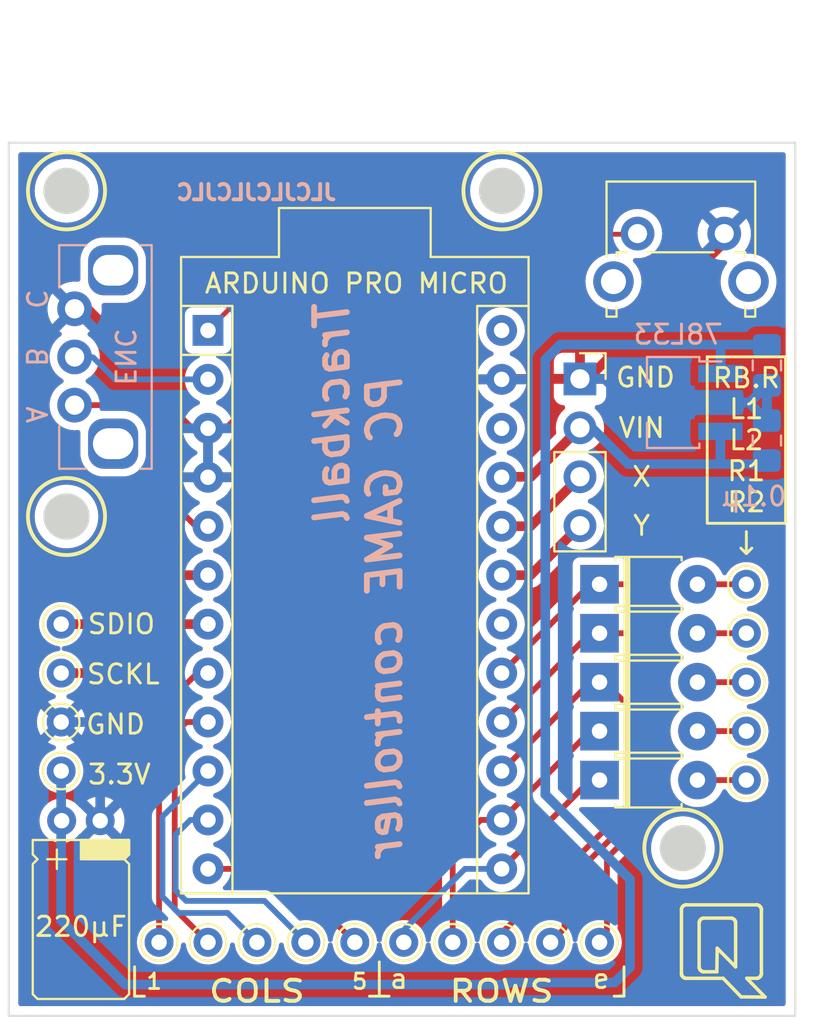
<source format=kicad_pcb>
(kicad_pcb (version 20211014) (generator pcbnew)
  (layers (0 "F.Cu" signal) (31 "B.Cu" signal) (34 "B.Paste" user) (35 "F.Paste" user) (36 "B.SilkS" user "B.Silkscreen") (37 "F.SilkS" user "F.Silkscreen") (38 "B.Mask" user) (39 "F.Mask" user) (44 "Edge.Cuts" user))
  (net 0 "")
  (net 1 "sdio")
  (net 2 "sclk")
  (net 3 "5")
  (net 4 "6")
  (net 5 "7")
  (net 6 "8")
  (net 7 "9")
  (net 8 "10")
  (net 9 "16")
  (net 10 "14")
  (net 11 "15")
  (net 12 "GND")
  (net 13 "18")
  (net 14 "encA")
  (net 15 "encB")
  (net 16 "sw")
  (net 17 "3.3v")
  (net 18 "vcc")
  (net 19 "jc_x")
  (net 20 "jc_Y")
  (footprint "Button_Switch_THT:SW_Tactile_SPST_Angled_PTS645Vx31-2LFS" (layer "F.Cu") (at 157.215579 69.071335)
    (fp_text reference "REF**" hide)
    (fp_text value "SW_Tactile_SPST_Angled_PTS645Vx31-2LFS" hide)
  )
  (footprint "TestPoint:TestPoint_THTPad_D1.5mm_Drill0.7mm" (layer "F.Cu") (at 162.862579 97.426835)
    (fp_text reference "SCKL" hide)
    (fp_text value "TestPoint_THTPad_D1.5mm_Drill0.7mm" hide)
  )
  (footprint "TestPoint:TestPoint_THTPad_D1.5mm_Drill0.7mm" (layer "F.Cu") (at 162.862579 87.266835)
    (fp_text reference "SCKL" hide)
    (fp_text value "TestPoint_THTPad_D1.5mm_Drill0.7mm" hide)
  )
  (footprint "TestPoint:TestPoint_THTPad_D1.5mm_Drill0.7mm" (layer "F.Cu") (at 140.002579 105.844335 90)
    (fp_text reference "SCKL" hide)
    (fp_text value "TestPoint_THTPad_D1.5mm_Drill0.7mm" hide)
  )
  (footprint "TestPoint:TestPoint_THTPad_D1.5mm_Drill0.7mm" (layer "F.Cu") (at 127.302579 94.414335)
    (fp_text reference "GND")
    (fp_text value "TestPoint_THTPad_D1.5mm_Drill0.7mm" hide)
  )
  (footprint "TestPoint:TestPoint_THTPad_D1.5mm_Drill0.7mm" (layer "F.Cu") (at 162.862579 94.886835)
    (fp_text reference "SCKL" hide)
    (fp_text value "TestPoint_THTPad_D1.5mm_Drill0.7mm" hide)
  )
  (footprint "TestPoint:TestPoint_THTPad_D1.5mm_Drill0.7mm" (layer "F.Cu") (at 147.622579 105.844335 90)
    (fp_text reference "SCKL" hide)
    (fp_text value "TestPoint_THTPad_D1.5mm_Drill0.7mm" hide)
  )
  (footprint "TestPoint:TestPoint_THTPad_D1.5mm_Drill0.7mm" (layer "F.Cu") (at 127.302579 96.954335)
    (fp_text reference "3.3V")
    (fp_text value "TestPoint_THTPad_D1.5mm_Drill0.7mm" hide)
  )
  (footprint "Diode_THT:D_T-1_P5.08mm_Horizontal" (layer "F.Cu") (at 155.242579 89.806835)
    (fp_text reference "REF**" hide)
    (fp_text value "D_T-1_P5.08mm_Horizontal" hide)
  )
  (footprint "TestPoint:TestPoint_THTPad_D1.5mm_Drill0.7mm" (layer "F.Cu") (at 132.382579 105.844335 90)
    (fp_text reference "SCKL" hide)
    (fp_text value "TestPoint_THTPad_D1.5mm_Drill0.7mm" hide)
  )
  (footprint "TestPoint:TestPoint_THTPad_D1.5mm_Drill0.7mm" (layer "F.Cu") (at 152.702579 105.844335 90)
    (fp_text reference "SCKL" hide)
    (fp_text value "TestPoint_THTPad_D1.5mm_Drill0.7mm" hide)
  )
  (footprint "Diode_THT:D_T-1_P5.08mm_Horizontal" (layer "F.Cu") (at 155.242579 97.426835)
    (fp_text reference "REF**" hide)
    (fp_text value "D_T-1_P5.08mm_Horizontal" hide)
  )
  (footprint "TestPoint:TestPoint_THTPad_D1.5mm_Drill0.7mm" (layer "F.Cu") (at 162.862579 92.346835)
    (fp_text reference "SCKL" hide)
    (fp_text value "TestPoint_THTPad_D1.5mm_Drill0.7mm" hide)
  )
  (footprint "TestPoint:TestPoint_THTPad_D1.5mm_Drill0.7mm" (layer "F.Cu") (at 137.462579 105.844335 90)
    (fp_text reference "SCKL" hide)
    (fp_text value "TestPoint_THTPad_D1.5mm_Drill0.7mm" hide)
  )
  (footprint "TestPoint:TestPoint_THTPad_D1.5mm_Drill0.7mm" (layer "F.Cu") (at 134.922579 105.844335 90)
    (fp_text reference "SCKL" hide)
    (fp_text value "TestPoint_THTPad_D1.5mm_Drill0.7mm" hide)
  )
  (footprint "cap:コンデンサー5＿8.3＿2" (layer "F.Cu") (at 128.327579 99.534335)
    (fp_text reference "220μF")
    (fp_text value "コンデンサー5＿8.3＿2" hide)
  )
  (footprint "TestPoint:TestPoint_THTPad_D1.5mm_Drill0.7mm" (layer "F.Cu") (at 127.302579 91.874335)
    (fp_text reference "SCKL")
    (fp_text value "TestPoint_THTPad_D1.5mm_Drill0.7mm" hide)
  )
  (footprint "TestPoint:TestPoint_THTPad_D1.5mm_Drill0.7mm" (layer "F.Cu") (at 155.242579 105.844335 90)
    (fp_text reference "SCKL" hide)
    (fp_text value "TestPoint_THTPad_D1.5mm_Drill0.7mm" hide)
  )
  (footprint "TestPoint:TestPoint_THTPad_D1.5mm_Drill0.7mm" (layer "F.Cu") (at 145.082579 105.844335 90)
    (fp_text reference "SCKL" hide)
    (fp_text value "TestPoint_THTPad_D1.5mm_Drill0.7mm" hide)
  )
  (footprint "TestPoint:TestPoint_THTPad_D1.5mm_Drill0.7mm" (layer "F.Cu") (at 142.542579 105.844335 90)
    (fp_text reference "SCKL" hide)
    (fp_text value "TestPoint_THTPad_D1.5mm_Drill0.7mm" hide)
  )
  (footprint "Diode_THT:D_T-1_P5.08mm_Horizontal" (layer "F.Cu") (at 155.242579 87.266835)
    (fp_text reference "REF**" hide)
    (fp_text value "D_T-1_P5.08mm_Horizontal" hide)
  )
  (footprint "Diode_THT:D_T-1_P5.08mm_Horizontal" (layer "F.Cu") (at 155.242579 94.886835)
    (fp_text reference "REF**" hide)
    (fp_text value "D_T-1_P5.08mm_Horizontal" hide)
  )
  (footprint "TestPoint:TestPoint_THTPad_D1.5mm_Drill0.7mm" (layer "F.Cu") (at 162.862579 89.806835)
    (fp_text reference "SCKL" hide)
    (fp_text value "TestPoint_THTPad_D1.5mm_Drill0.7mm" hide)
  )
  (footprint "Connector_PinSocket_2.54mm:PinSocket_1x04_P2.54mm_Vertical" (layer "F.Cu") (at 154.227579 76.609335)
    (fp_text reference "REF**" hide)
    (fp_text value "PinSocket_1x04_P2.54mm_Vertical")
  )
  (footprint "TestPoint:TestPoint_THTPad_D1.5mm_Drill0.7mm" (layer "F.Cu") (at 127.302579 89.334335)
    (fp_text reference "SDIO")
    (fp_text value "TestPoint_THTPad_D1.5mm_Drill0.7mm" hide)
  )
  (footprint "Arduino3:Sparkfun_Pro_Micro" (layer "F.Cu") (at 150.162579 102.034335 180)
    (fp_text reference "ARDUINO PRO MICRO")
    (fp_text value "Sparkfun_Pro_Micro")
  )
  (footprint "Diode_THT:D_T-1_P5.08mm_Horizontal" (layer "F.Cu") (at 155.242579 92.346835)
    (fp_text reference "REF**" hide)
    (fp_text value "D_T-1_P5.08mm_Horizontal" hide)
  )
  (footprint "TestPoint:TestPoint_THTPad_D1.5mm_Drill0.7mm" (layer "F.Cu") (at 150.162579 105.844335 90)
    (fp_text reference "SCKL" hide)
    (fp_text value "TestPoint_THTPad_D1.5mm_Drill0.7mm" hide)
  )
  (footprint "mouse encoder:mouse encoder" (layer "B.Cu") (at 128 75.4725 90)
    (fp_text reference "ENC")
    (fp_text value "mouse encoder")
  )
  (footprint "Capacitor_SMD:C_0805_2012Metric_Pad1.18x1.45mm_HandSolder" (layer "B.Cu") (at 163.927579 75.909335 -90)
    (fp_text reference "REF**" hide)
    (fp_text value "C_0805_2012Metric_Pad1.18x1.45mm_HandSolder")
  )
  (footprint "Capacitor_SMD:C_0805_2012Metric_Pad1.18x1.45mm_HandSolder" (layer "B.Cu") (at 163.927579 79.809335 -90)
    (fp_text reference "0.1μ")
    (fp_text value "C_0805_2012Metric_Pad1.18x1.45mm_HandSolder")
  )
  (footprint "Package_TO_SOT_SMD:SOT-89-3_Handsoldering" (layer "B.Cu") (at 159.365079 77.834335 180)
    (fp_text reference "78L33")
    (fp_text value "SOT-89-3_Handsoldering" hide)
  )
  (gr_line (start 160.478876 107.28933) (end 160.470929 107.280149) (layer "F.SilkS") (width 0.18))
  (gr_line (start 159.493964 107.45529) (end 159.493964 104.156359) (layer "F.SilkS") (width 0.18))
  (gr_line (start 162.204086 104.638595) (end 162.213646 104.6461) (layer "F.SilkS") (width 0.18))
  (gr_line (start 159.496905 107.494398) (end 159.495282 107.481551) (layer "F.SilkS") (width 0.18))
  (gr_line (start 159.519146 104.045125) (end 159.524789 104.034078) (layer "F.SilkS") (width 0.18))
  (gr_line (start 159.710985 107.708478) (end 159.698348 107.706233) (layer "F.SilkS") (width 0.18))
  (gr_line (start 160.60304 104.596359) (end 160.615312 104.593541) (layer "F.SilkS") (width 0.18))
  (gr_line (start 159.494296 104.14314) (end 159.495282 104.130099) (layer "F.SilkS") (width 0.18))
  (gr_line (start 163.641923 107.481547) (end 163.6403 107.494394) (layer "F.SilkS") (width 0.18))
  (gr_line (start 161.65798 107.711419) (end 159.750092 107.711419) (layer "F.SilkS") (width 0.18))
  (gr_line (start 162.305616 104.841641) (end 162.305616 104.841641) (layer "F.SilkS") (width 0.18))
  (gr_line (start 161.330274 107.372121) (end 160.66647 107.372121) (layer "F.SilkS") (width 0.18))
  (gr_line (start 162.305288 104.828572) (end 162.305616 104.841641) (layer "F.SilkS") (width 0.18))
  (gr_line (start 160.470929 104.680384) (end 160.478876 104.671204) (layer "F.SilkS") (width 0.18))
  (gr_line (start 159.502001 104.092202) (end 159.505442 104.080031) (layer "F.SilkS") (width 0.18))
  (gr_line (start 160.591007 104.599761) (end 160.60304 104.596359) (layer "F.SilkS") (width 0.18))
  (gr_line (start 160.56772 104.608252) (end 160.579229 104.603731) (layer "F.SilkS") (width 0.18))
  (gr_line (start 159.51403 107.555173) (end 159.509457 107.543532) (layer "F.SilkS") (width 0.18))
  (gr_line (start 159.544719 104.002924) (end 159.552309 103.993255) (layer "F.SilkS") (width 0.18))
  (gr_line (start 160.56772 107.352282) (end 160.556497 107.347224) (layer "F.SilkS") (width 0.18))
  (gr_line (start 163.438857 103.905411) (end 163.451269 103.908262) (layer "F.SilkS") (width 0.18))
  (gr_line (start 163.623174 104.056472) (end 163.627748 104.068113) (layer "F.SilkS") (width 0.18))
  (gr_line (start 143.812579 106.860335) (end 143.812579 108.638335) (layer "F.SilkS") (width 0.15))
  (gr_line (start 160.413245 104.841639) (end 160.413245 104.841639) (layer "F.SilkS") (width 0.18))
  (gr_line (start 162.28072 104.731668) (end 162.285778 104.742891) (layer "F.SilkS") (width 0.18))
  (gr_line (start 163.387112 107.711415) (end 163.387112 107.711415) (layer "F.SilkS") (width 0.18))
  (gr_line (start 159.698348 107.706233) (end 159.685935 107.703382) (layer "F.SilkS") (width 0.18))
  (gr_line (start 160.615312 104.593541) (end 160.627806 104.591321) (layer "F.SilkS") (width 0.18))
  (gr_line (start 159.552309 103.993255) (end 159.560348 103.983969) (layer "F.SilkS") (width 0.18))
  (gr_line (start 163.627748 107.543528) (end 163.623174 107.555169) (layer "F.SilkS") (width 0.18))
  (gr_line (start 160.478876 104.671204) (end 160.48725 104.662419) (layer "F.SilkS") (width 0.18))
  (gr_line (start 163.833003 108.684703) (end 163.833003 108.684703) (layer "F.SilkS") (width 0.18))
  (gr_line (start 163.599614 104.012958) (end 163.606262 104.023347) (layer "F.SilkS") (width 0.18))
  (gr_line (start 160.428562 107.206135) (end 160.424592 107.194356) (layer "F.SilkS") (width 0.18))
  (gr_line (start 163.635204 107.519444) (end 163.631763 107.531615) (layer "F.SilkS") (width 0.18))
  (gr_line (start 159.505442 104.080031) (end 159.509457 104.068117) (layer "F.SilkS") (width 0.18))
  (gr_line (start 163.631763 104.080026) (end 163.635204 104.092197) (layer "F.SilkS") (width 0.18))
  (gr_line (start 160.579229 107.356803) (end 160.56772 107.352282) (layer "F.SilkS") (width 0.18))
  (gr_line (start 159.736873 107.711087) (end 159.723832 107.710101) (layer "F.SilkS") (width 0.18))
  (gr_line (start 160.413245 104.841639) (end 160.413573 104.82857) (layer "F.SilkS") (width 0.18))
  (gr_line (start 159.577703 107.645035) (end 159.568818 107.636565) (layer "F.SilkS") (width 0.18))
  (gr_line (start 160.418372 107.170052) (end 160.416152 107.157558) (layer "F.SilkS") (width 0.18))
  (gr_line (start 162.052391 104.588416) (end 162.06546 104.588744) (layer "F.SilkS") (width 0.18))
  (gr_line (start 160.414548 107.144856) (end 160.413573 107.131962) (layer "F.SilkS") (width 0.18))
  (gr_line (start 161.65798 107.711419) (end 161.65798 107.711419) (layer "F.SilkS") (width 0.18))
  (gr_line (start 162.305616 107.118895) (end 162.305616 107.118895) (layer "F.SilkS") (width 0.18))
  (gr_line (start 163.400331 107.711083) (end 163.387112 107.711415) (layer "F.SilkS") (width 0.18))
  (gr_line (start 163.618058 107.56652) (end 163.612416 107.577567) (layer "F.SilkS") (width 0.18))
  (gr_line (start 163.438857 107.706229) (end 163.42622 107.708474) (layer "F.SilkS") (width 0.18))
  (gr_line (start 163.540547 103.95098) (end 163.550216 103.958571) (layer "F.SilkS") (width 0.18))
  (gr_line (start 159.530942 104.023351) (end 159.537591 104.012962) (layer "F.SilkS") (width 0.18))
  (gr_line (start 163.599614 107.598684) (end 163.592486 107.608721) (layer "F.SilkS") (width 0.18))
  (gr_line (start 163.42622 107.708474) (end 163.413372 107.710097) (layer "F.SilkS") (width 0.18))
  (gr_line (start 163.64324 107.455287) (end 163.642908 107.468506) (layer "F.SilkS") (width 0.18))
  (gr_line (start 160.438142 107.228867) (end 160.433084 107.217644) (layer "F.SilkS") (width 0.18))
  (gr_line (start 159.627812 107.680594) (end 159.617085 107.67444) (layer "F.SilkS") (width 0.18))
  (gr_line (start 159.673765 103.911708) (end 159.685935 103.908267) (layer "F.SilkS") (width 0.18))
  (gr_line (start 159.495282 104.130099) (end 159.496905 104.117252) (layer "F.SilkS") (width 0.18))
  (gr_line (start 163.520119 107.674437) (end 163.509393 107.68059) (layer "F.SilkS") (width 0.18))
  (gr_line (start 159.736873 103.900563) (end 159.750092 103.900231) (layer "F.SilkS") (width 0.18))
  (gr_line (start 160.505215 107.314436) (end 160.496035 107.306489) (layer "F.SilkS") (width 0.18))
  (gr_line (start 143.812579 108.638335) (end 144.320579 108.638335) (layer "F.SilkS") (width 0.15))
  (gr_line (start 160.545575 107.341645) (end 160.534971 107.335561) (layer "F.SilkS") (width 0.18))
  (gr_line (start 156.512579 108.384335) (end 156.512579 108.638335) (layer "F.SilkS") (width 0.15))
  (gr_line (start 163.550216 107.65307) (end 163.540547 107.660661) (layer "F.SilkS") (width 0.18))
  (gr_line (start 163.509393 107.68059) (end 163.498346 107.686233) (layer "F.SilkS") (width 0.18))
  (gr_line (start 163.475354 103.915718) (end 163.486994 103.920292) (layer "F.SilkS") (width 0.18))
  (gr_line (start 162.139632 104.603733) (end 162.151141 104.608254) (layer "F.SilkS") (width 0.18))
  (gr_line (start 159.586989 107.653073) (end 159.577703 107.645035) (layer "F.SilkS") (width 0.18))
  (gr_line (start 161.349542 106.149775) (end 161.349542 106.149775) (layer "F.SilkS") (width 0.18))
  (gr_line (start 162.285778 104.742891) (end 162.290299 104.7544) (layer "F.SilkS") (width 0.18))
  (gr_line (start 162.183891 104.624975) (end 162.194163 104.631548) (layer "F.SilkS") (width 0.18))
  (gr_line (start 163.638055 107.507032) (end 163.635204 107.519444) (layer "F.SilkS") (width 0.18))
  (gr_line (start 159.586989 103.958576) (end 159.596658 103.950985) (layer "F.SilkS") (width 0.18))
  (gr_line (start 163.550216 103.958571) (end 163.559502 103.96661) (layer "F.SilkS") (width 0.18))
  (gr_line (start 160.505215 104.646098) (end 160.514775 104.638593) (layer "F.SilkS") (width 0.18))
  (gr_line (start 163.6403 107.494394) (end 163.638055 107.507032) (layer "F.SilkS") (width 0.18))
  (gr_line (start 159.750092 107.711419) (end 159.750092 107.711419) (layer "F.SilkS") (width 0.18))
  (gr_line (start 160.524699 107.328988) (end 160.514775 107.321941) (layer "F.SilkS") (width 0.18))
  (gr_line (start 156.512579 108.638335) (end 156.004579 108.638335) (layer "F.SilkS") (width 0.15))
  (gr_line (start 163.486994 107.691349) (end 163.475354 107.695922) (layer "F.SilkS") (width 0.18))
  (gr_line (start 162.269057 104.710141) (end 162.275141 104.720746) (layer "F.SilkS") (width 0.18))
  (gr_line (start 163.498346 107.686233) (end 163.486994 107.691349) (layer "F.SilkS") (width 0.18))
  (gr_line (start 162.305616 107.118895) (end 161.349542 106.149775) (layer "F.SilkS") (width 0.18))
  (gr_line (start 160.470929 107.280149) (end 160.463424 107.27059) (layer "F.SilkS") (width 0.18))
  (gr_line (start 162.294269 104.766178) (end 162.297671 104.778211) (layer "F.SilkS") (width 0.18))
  (gr_line (start 162.262484 104.699869) (end 162.269057 104.710141) (layer "F.SilkS") (width 0.18))
  (gr_line (start 163.46344 107.699938) (end 163.451269 107.703379) (layer "F.SilkS") (width 0.18))
  (gr_line (start 159.65021 103.920297) (end 159.661851 103.915723) (layer "F.SilkS") (width 0.18))
  (gr_line (start 163.635204 104.092197) (end 163.638055 104.104609) (layer "F.SilkS") (width 0.18))
  (gr_line (start 160.42119 104.778209) (end 160.424592 104.766176) (layer "F.SilkS") (width 0.18))
  (gr_line (start 160.524699 104.631546) (end 160.534971 104.624973) (layer "F.SilkS") (width 0.18))
  (gr_line (start 160.640508 104.589716) (end 160.653401 104.588742) (layer "F.SilkS") (width 0.18))
  (gr_line (start 160.42119 107.182323) (end 160.418372 107.170052) (layer "F.SilkS") (width 0.18))
  (gr_line (start 160.556497 104.61331) (end 160.56772 104.608252) (layer "F.SilkS") (width 0.18))
  (gr_line (start 156.512579 107.114335) (end 156.512579 108.384335) (layer "F.SilkS") (width 0.15))
  (gr_line (start 163.568387 107.636562) (end 163.559502 107.645031) (layer "F.SilkS") (width 0.18))
  (gr_line (start 162.592427 108.67446) (end 161.65798 107.711419) (layer "F.SilkS") (width 0.18))
  (gr_line (start 159.544719 107.608725) (end 159.537591 107.598687) (layer "F.SilkS") (width 0.18))
  (gr_line (start 160.615312 107.366994) (end 160.60304 107.364175) (layer "F.SilkS") (width 0.18))
  (gr_line (start 162.151141 104.608254) (end 162.162364 104.613312) (layer "F.SilkS") (width 0.18))
  (gr_line (start 163.413372 107.710097) (end 163.400331 107.711083) (layer "F.SilkS") (width 0.18))
  (gr_line (start 159.502001 107.519448) (end 159.49915 107.507035) (layer "F.SilkS") (width 0.18))
  (gr_line (start 162.052391 104.588416) (end 162.052391 104.588416) (layer "F.SilkS") (width 0.18))
  (gr_line (start 160.433084 107.217644) (end 160.428562 107.206135) (layer "F.SilkS") (width 0.18))
  (gr_line (start 159.560348 103.983969) (end 159.568818 103.975084) (layer "F.SilkS") (width 0.18))
  (gr_line (start 163.584895 107.618391) (end 163.576857 107.627676) (layer "F.SilkS") (width 0.18))
  (gr_circle (center 150.178839 66.852556) (end 152.178839 66.852556) (layer "F.SilkS") (width 0.2) (fill none))
  (gr_line (start 160.418372 104.790481) (end 160.42119 104.778209) (layer "F.SilkS") (width 0.18))
  (gr_line (start 163.475354 107.695922) (end 163.46344 107.699938) (layer "F.SilkS") (width 0.18))
  (gr_line (start 160.556497 107.347224) (end 160.545575 107.341645) (layer "F.SilkS") (width 0.18))
  (gr_line (start 163.592486 107.608721) (end 163.584895 107.618391) (layer "F.SilkS") (width 0.18))
  (gr_line (start 159.493964 107.45529) (end 159.493964 107.45529) (layer "F.SilkS") (width 0.18))
  (gr_line (start 163.612416 104.034074) (end 163.618058 104.045121) (layer "F.SilkS") (width 0.18))
  (gr_line (start 131.112579 107.114335) (end 131.112579 108.638335) (layer "F.SilkS") (width 0.15))
  (gr_line (start 160.456377 104.699867) (end 160.463424 104.689944) (layer "F.SilkS") (width 0.18))
  (gr_line (start 160.438142 104.731666) (end 160.44372 104.720744) (layer "F.SilkS") (width 0.18))
  (gr_line (start 163.559502 103.96661) (end 163.568387 103.975079) (layer "F.SilkS") (width 0.18))
  (gr_line (start 162.103549 104.593543) (end 162.115821 104.596361) (layer "F.SilkS") (width 0.18))
  (gr_line (start 163.530509 103.943853) (end 163.540547 103.95098) (layer "F.SilkS") (width 0.18))
  (gr_line (start 160.545575 104.618889) (end 160.556497 104.61331) (layer "F.SilkS") (width 0.18))
  (gr_line (start 159.685935 103.908267) (end 159.698348 103.905417) (layer "F.SilkS") (width 0.18))
  (gr_line (start 162.115821 104.596361) (end 162.127854 104.599763) (layer "F.SilkS") (width 0.18))
  (gr_line (start 163.451269 107.703379) (end 163.438857 107.706229) (layer "F.SilkS") (width 0.18))
  (gr_line (start 162.300489 104.790482) (end 162.302709 104.802977) (layer "F.SilkS") (width 0.18))
  (gr_line (start 159.568818 103.975084) (end 159.577703 103.966614) (layer "F.SilkS") (width 0.18))
  (gr_line (start 160.66647 104.588416) (end 162.052391 104.588416) (layer "F.SilkS") (width 0.18))
  (gr_line (start 159.617085 103.937209) (end 159.627812 103.931055) (layer "F.SilkS") (width 0.18))
  (gr_line (start 159.537591 104.012962) (end 159.544719 104.002924) (layer "F.SilkS") (width 0.18))
  (gr_line (start 163.498346 103.925408) (end 163.509393 103.93105) (layer "F.SilkS") (width 0.18))
  (gr_line (start 131.112579 108.638335) (end 131.620579 108.638335) (layer "F.SilkS") (width 0.15))
  (gr_line (start 159.750092 103.900225) (end 163.387112 103.900225) (layer "F.SilkS") (width 0.18))
  (gr_line (start 163.576857 107.627676) (end 163.568387 107.636562) (layer "F.SilkS") (width 0.18))
  (gr_circle (center 127.578839 66.852712) (end 129.578839 66.852712) (layer "F.SilkS") (width 0.2) (fill none))
  (gr_line (start 160.60304 107.364175) (end 160.591007 107.360773) (layer "F.SilkS") (width 0.18))
  (gr_line (start 160.428562 104.754398) (end 160.433084 104.742889) (layer "F.SilkS") (width 0.18))
  (gr_circle (center 127.578839 83.750692) (end 129.578839 83.750692) (layer "F.SilkS") (width 0.2) (fill none))
  (gr_line (start 160.449804 107.250394) (end 160.44372 107.239789) (layer "F.SilkS") (width 0.18))
  (gr_line (start 159.750092 103.900231) (end 159.750092 103.900225) (layer "F.SilkS") (width 0.18))
  (gr_line (start 160.424592 107.194356) (end 160.42119 107.182323) (layer "F.SilkS") (width 0.18))
  (gr_line (start 159.723832 103.901549) (end 159.736873 103.900563) (layer "F.SilkS") (width 0.18))
  (gr_line (start 163.833003 108.684703) (end 162.592427 108.67446) (layer "F.SilkS") (width 0.18))
  (gr_line (start 161.349542 106.149775) (end 161.330274 107.372121) (layer "F.SilkS") (width 0.18))
  (gr_line (start 162.247932 104.680386) (end 162.255437 104.689945) (layer "F.SilkS") (width 0.18))
  (gr_line (start 162.302709 104.802977) (end 162.304314 104.815679) (layer "F.SilkS") (width 0.18))
  (gr_line (start 159.638859 107.686237) (end 159.627812 107.680594) (layer "F.SilkS") (width 0.18))
  (gr_line (start 159.596658 107.660664) (end 159.586989 107.653073) (layer "F.SilkS") (width 0.18))
  (gr_line (start 163.64324 104.156354) (end 163.64324 104.156354) (layer "F.SilkS") (width 0.18))
  (gr_line (start 159.723832 107.710101) (end 159.710985 107.708478) (layer "F.SilkS") (width 0.18))
  (gr_line (start 163.642908 104.143135) (end 163.64324 104.156354) (layer "F.SilkS") (width 0.18))
  (gr_line (start 159.596658 103.950985) (end 159.606696 103.943857) (layer "F.SilkS") (width 0.18))
  (gr_circle (center 159.569012 100.956542) (end 161.569012 100.956542) (layer "F.SilkS") (width 0.2) (fill none))
  (gr_line (start 162.239985 104.671205) (end 162.247932 104.680386) (layer "F.SilkS") (width 0.18))
  (gr_line (start 160.66647 107.372121) (end 160.653401 107.371792) (layer "F.SilkS") (width 0.18))
  (gr_line (start 162.592427 108.67446) (end 162.592427 108.67446) (layer "F.SilkS") (width 0.18))
  (gr_line (start 163.631763 107.531615) (end 163.627748 107.543528) (layer "F.SilkS") (width 0.18))
  (gr_line (start 160.653401 107.371792) (end 160.640508 107.370818) (layer "F.SilkS") (width 0.18))
  (gr_line (start 160.48725 107.298115) (end 160.478876 107.28933) (layer "F.SilkS") (width 0.18))
  (gr_line (start 159.505442 107.531618) (end 159.502001 107.519448) (layer "F.SilkS") (width 0.18))
  (gr_line (start 163.568387 103.975079) (end 163.576857 103.983965) (layer "F.SilkS") (width 0.18))
  (gr_line (start 160.413573 107.131962) (end 160.413245 107.118893) (layer "F.SilkS") (width 0.18))
  (gr_line (start 159.509457 107.543532) (end 159.505442 107.531618) (layer "F.SilkS") (width 0.18))
  (gr_line (start 162.194163 104.631548) (end 162.204086 104.638595) (layer "F.SilkS") (width 0.18))
  (gr_line (start 163.612416 107.577567) (end 163.606262 107.588294) (layer "F.SilkS") (width 0.18))
  (gr_line (start 159.560348 107.62768) (end 159.552309 107.618394) (layer "F.SilkS") (width 0.18))
  (gr_line (start 160.66647 104.588414) (end 160.66647 104.588414) (layer "F.SilkS") (width 0.18))
  (gr_line (start 159.606696 103.943857) (end 159.617085 103.937209) (layer "F.SilkS") (width 0.18))
  (gr_line (start 162.213646 104.6461) (end 162.222826 104.654047) (layer "F.SilkS") (width 0.18))
  (gr_line (start 159.524789 107.577571) (end 159.519146 107.566524) (layer "F.SilkS") (width 0.18))
  (gr_line (start 159.638859 103.925413) (end 159.65021 103.920297) (layer "F.SilkS") (width 0.18))
  (gr_line (start 162.275141 104.720746) (end 162.28072 104.731668) (layer "F.SilkS") (width 0.18))
  (gr_line (start 162.091055 104.591323) (end 162.103549 104.593543) (layer "F.SilkS") (width 0.18))
  (gr_line (start 162.290299 104.7544) (end 162.294269 104.766178) (layer "F.SilkS") (width 0.18))
  (gr_line (start 163.400331 103.900557) (end 163.413372 103.901543) (layer "F.SilkS") (width 0.18))
  (gr_line (start 159.496905 104.117252) (end 159.49915 104.104614) (layer "F.SilkS") (width 0.18))
  (gr_line (start 159.661851 103.915723) (end 159.673765 103.911708) (layer "F.SilkS") (width 0.18))
  (gr_line (start 161.330274 107.372121) (end 161.330274 107.372121) (layer "F.SilkS") (width 0.18))
  (gr_line (start 159.524789 104.034078) (end 159.530942 104.023351) (layer "F.SilkS") (width 0.18))
  (gr_line (start 160.48725 104.662419) (end 160.496035 104.654045) (layer "F.SilkS") (width 0.18))
  (gr_line (start 163.627748 104.068113) (end 163.631763 104.080026) (layer "F.SilkS") (width 0.18))
  (gr_line (start 159.685935 107.703382) (end 159.673765 107.699941) (layer "F.SilkS") (width 0.18))
  (gr_line (start 160.456377 107.260666) (end 160.449804 107.250394) (layer "F.SilkS") (width 0.18))
  (gr_line (start 163.387112 103.900225) (end 163.387112 103.900225) (layer "F.SilkS") (width 0.18))
  (gr_line (start 163.584895 103.99325) (end 163.592486 104.00292) (layer "F.SilkS") (width 0.18))
  (gr_line (start 159.673765 107.699941) (end 159.661851 107.695926) (layer "F.SilkS") (width 0.18))
  (gr_line (start 159.519146 107.566524) (end 159.51403 107.555173) (layer "F.SilkS") (width 0.18))
  (gr_line (start 159.493964 104.156359) (end 159.493964 104.156359) (layer "F.SilkS") (width 0.18))
  (gr_line (start 162.255437 104.689945) (end 162.262484 104.699869) (layer "F.SilkS") (width 0.18))
  (gr_line (start 163.641923 104.130094) (end 163.642908 104.143135) (layer "F.SilkS") (width 0.18))
  (gr_line (start 159.530942 107.588298) (end 159.524789 107.577571) (layer "F.SilkS") (width 0.18))
  (gr_line (start 163.559502 107.645031) (end 163.550216 107.65307) (layer "F.SilkS") (width 0.18))
  (gr_line (start 162.127854 104.599763) (end 162.139632 104.603733) (layer "F.SilkS") (width 0.18))
  (gr_line (start 160.414548 104.815677) (end 160.416152 104.802975) (layer "F.SilkS") (width 0.18))
  (gr_line (start 163.520119 103.937204) (end 163.530509 103.943853) (layer "F.SilkS") (width 0.18))
  (gr_line (start 159.51403 104.056476) (end 159.519146 104.045125) (layer "F.SilkS") (width 0.18))
  (gr_line (start 159.606696 107.667792) (end 159.596658 107.660664) (layer "F.SilkS") (width 0.18))
  (gr_line (start 163.413372 103.901543) (end 163.42622 103.903166) (layer "F.SilkS") (width 0.18))
  (gr_line (start 162.297671 104.778211) (end 162.300489 104.790482) (layer "F.SilkS") (width 0.18))
  (gr_line (start 163.451269 103.908262) (end 163.46344 103.911703) (layer "F.SilkS") (width 0.18))
  (gr_line (start 160.413245 107.118893) (end 160.413245 104.841639) (layer "F.SilkS") (width 0.18))
  (gr_line (start 163.638055 104.104609) (end 163.6403 104.117247) (layer "F.SilkS") (width 0.18))
  (gr_line (start 160.514775 107.321941) (end 160.505215 107.314436) (layer "F.SilkS") (width 0.18))
  (gr_line (start 159.495282 107.481551) (end 159.494296 107.468509) (layer "F.SilkS") (width 0.18))
  (gr_line (start 160.44372 104.720744) (end 160.449804 104.710139) (layer "F.SilkS") (width 0.18))
  (gr_line (start 159.537591 107.598687) (end 159.530942 107.588298) (layer "F.SilkS") (width 0.18))
  (gr_line (start 159.750092 103.900231) (end 159.750092 103.900231) (layer "F.SilkS") (width 0.18))
  (gr_line (start 159.577703 103.966614) (end 159.586989 103.958576) (layer "F.SilkS") (width 0.18))
  (gr_line (start 163.509393 103.93105) (end 163.520119 103.937204) (layer "F.SilkS") (width 0.18))
  (gr_line (start 163.540547 107.660661) (end 163.530509 107.667788) (layer "F.SilkS") (width 0.18))
  (gr_line (start 163.486994 103.920292) (end 163.498346 103.925408) (layer "F.SilkS") (width 0.18))
  (gr_line (start 160.413245 107.118893) (end 160.413245 107.118893) (layer "F.SilkS") (width 0.18))
  (gr_line (start 163.606262 104.023347) (end 163.612416 104.034074) (layer "F.SilkS") (width 0.18))
  (gr_line (start 163.46344 103.911703) (end 163.475354 103.915718) (layer "F.SilkS") (width 0.18))
  (gr_line (start 160.640508 107.370818) (end 160.627806 107.369213) (layer "F.SilkS") (width 0.18))
  (gr_line (start 163.642908 107.468506) (end 163.641923 107.481547) (layer "F.SilkS") (width 0.18))
  (gr_line (start 160.579229 104.603731) (end 160.591007 104.599761) (layer "F.SilkS") (width 0.18))
  (gr_line (start 162.162364 104.613312) (end 162.173286 104.618891) (layer "F.SilkS") (width 0.18))
  (gr_line (start 163.576857 103.983965) (end 163.584895 103.99325) (layer "F.SilkS") (width 0.18))
  (gr_line (start 160.44372 107.239789) (end 160.438142 107.228867) (layer "F.SilkS") (width 0.18))
  (gr_line (start 160.66647 104.588414) (end 160.66647 104.588416) (layer "F.SilkS") (width 0.18))
  (gr_line (start 159.750092 107.711419) (end 159.736873 107.711087) (layer "F.SilkS") (width 0.18))
  (gr_line (start 143.812579 108.638335) (end 143.304579 108.638335) (layer "F.SilkS") (width 0.15))
  (gr_line (start 159.49915 104.104614) (end 159.502001 104.092202) (layer "F.SilkS") (width 0.18))
  (gr_line (start 163.6403 104.117247) (end 163.641923 104.130094) (layer "F.SilkS") (width 0.18))
  (gr_line (start 162.304314 104.815679) (end 162.305288 104.828572) (layer "F.SilkS") (width 0.18))
  (gr_line (start 160.496035 107.306489) (end 160.48725 107.298115) (layer "F.SilkS") (width 0.18))
  (gr_line (start 163.623174 107.555169) (end 163.618058 107.56652) (layer "F.SilkS") (width 0.18))
  (gr_rect (start 160.831579 75.466335) (end 164.895579 84.102335) (layer "F.SilkS") (width 0.15) (fill none))
  (gr_line (start 160.534971 104.624973) (end 160.545575 104.618889) (layer "F.SilkS") (width 0.18))
  (gr_line (start 159.49915 107.507035) (end 159.496905 107.494398) (layer "F.SilkS") (width 0.18))
  (gr_line (start 159.493964 104.156359) (end 159.494296 104.14314) (layer "F.SilkS") (width 0.18))
  (gr_line (start 162.222826 104.654047) (end 162.231611 104.662421) (layer "F.SilkS") (width 0.18))
  (gr_line (start 163.64324 107.455287) (end 163.64324 107.455287) (layer "F.SilkS") (width 0.18))
  (gr_line (start 159.509457 104.068117) (end 159.51403 104.056476) (layer "F.SilkS") (width 0.18))
  (gr_line (start 160.627806 107.369213) (end 160.615312 107.366994) (layer "F.SilkS") (width 0.18))
  (gr_line (start 159.552309 107.618394) (end 159.544719 107.608725) (layer "F.SilkS") (width 0.18))
  (gr_line (start 162.06546 104.588744) (end 162.078353 104.589718) (layer "F.SilkS") (width 0.18))
  (gr_line (start 162.173286 104.618891) (end 162.183891 104.624975) (layer "F.SilkS") (width 0.18))
  (gr_line (start 160.463424 107.27059) (end 160.456377 107.260666) (layer "F.SilkS") (width 0.18))
  (gr_line (start 160.627806 104.591321) (end 160.640508 104.589716) (layer "F.SilkS") (width 0.18))
  (gr_line (start 160.413573 104.82857) (end 160.414548 104.815677) (layer "F.SilkS") (width 0.18))
  (gr_line (start 159.617085 107.67444) (end 159.606696 107.667792) (layer "F.SilkS") (width 0.18))
  (gr_line (start 159.661851 107.695926) (end 159.65021 107.691353) (layer "F.SilkS") (width 0.18))
  (gr_line (start 160.416152 107.157558) (end 160.414548 107.144856) (layer "F.SilkS") (width 0.18))
  (gr_line (start 160.416152 104.802975) (end 160.418372 104.790481) (layer "F.SilkS") (width 0.18))
  (gr_line (start 162.231611 104.662421) (end 162.239985 104.671205) (layer "F.SilkS") (width 0.18))
  (gr_line (start 159.65021 107.691353) (end 159.638859 107.686237) (layer "F.SilkS") (width 0.18))
  (gr_line (start 162.078353 104.589718) (end 162.091055 104.591323) (layer "F.SilkS") (width 0.18))
  (gr_line (start 163.606262 107.588294) (end 163.599614 107.598684) (layer "F.SilkS") (width 0.18))
  (gr_line (start 163.530509 107.667788) (end 163.520119 107.674437) (layer "F.SilkS") (width 0.18))
  (gr_line (start 162.8851 107.711415) (end 162.8851 107.711415) (layer "F.SilkS") (width 0.18))
  (gr_line (start 160.653401 104.588742) (end 160.66647 104.588414) (layer "F.SilkS") (width 0.18))
  (gr_line (start 160.514775 104.638593) (end 160.524699 104.631546) (layer "F.SilkS") (width 0.18))
  (gr_line (start 163.42622 103.903166) (end 163.438857 103.905411) (layer "F.SilkS") (width 0.18))
  (gr_line (start 160.534971 107.335561) (end 160.524699 107.328988) (layer "F.SilkS") (width 0.18))
  (gr_line (start 162.305616 104.841641) (end 162.305616 107.118895) (layer "F.SilkS") (width 0.18))
  (gr_line (start 159.698348 103.905417) (end 159.710985 103.903172) (layer "F.SilkS") (width 0.18))
  (gr_line (start 160.463424 104.689944) (end 160.470929 104.680384) (layer "F.SilkS") (width 0.18))
  (gr_line (start 163.618058 104.045121) (end 163.623174 104.056472) (layer "F.SilkS") (width 0.18))
  (gr_line (start 163.64324 104.156354) (end 163.64324 107.455287) (layer "F.SilkS") (width 0.18))
  (gr_line (start 163.592486 104.00292) (end 163.599614 104.012958) (layer "F.SilkS") (width 0.18))
  (gr_line (start 163.387112 107.711415) (end 162.8851 107.711415) (layer "F.SilkS") (width 0.18))
  (gr_line (start 159.494296 107.468509) (end 159.493964 107.45529) (layer "F.SilkS") (width 0.18))
  (gr_line (start 160.433084 104.742889) (end 160.438142 104.731666) (layer "F.SilkS") (width 0.18))
  (gr_line (start 160.449804 104.710139) (end 160.456377 104.699867) (layer "F.SilkS") (width 0.18))
  (gr_line (start 160.424592 104.766176) (end 160.428562 104.754398) (layer "F.SilkS") (width 0.18))
  (gr_line (start 160.591007 107.360773) (end 160.579229 107.356803) (layer "F.SilkS") (width 0.18))
  (gr_line (start 159.710985 103.903172) (end 159.723832 103.901549) (layer "F.SilkS") (width 0.18))
  (gr_line (start 159.568818 107.636565) (end 159.560348 107.62768) (layer "F.SilkS") (width 0.18))
  (gr_line (start 162.8851 107.711415) (end 163.833003 108.684703) (layer "F.SilkS") (width 0.18))
  (gr_line (start 160.66647 107.372121) (end 160.66647 107.372121) (layer "F.SilkS") (width 0.18))
  (gr_line (start 159.627812 103.931055) (end 159.638859 103.925413) (layer "F.SilkS") (width 0.18))
  (gr_line (start 163.387112 103.900225) (end 163.400331 103.900557) (layer "F.SilkS") (width 0.18))
  (gr_line (start 160.496035 104.654045) (end 160.505215 104.646098) (layer "F.SilkS") (width 0.18))
  (gr_line (start 165.402579 64.352712) (end 124.578839 64.352712) (layer "Edge.Cuts") (width 0.1))
  (gr_circle (center 150.178839 66.852556) (end 151.328839 66.852556) (layer "Edge.Cuts") (width 0.1) (fill solid))
  (gr_line (start 124.578839 109.654335) (end 165.402579 109.654335) (layer "Edge.Cuts") (width 0.1))
  (gr_circle (center 127.578839 66.852712) (end 128.728839 66.852712) (layer "Edge.Cuts") (width 0.1) (fill solid))
  (gr_line (start 124.578839 64.352712) (end 124.578839 109.654335) (layer "Edge.Cuts") (width 0.1))
  (gr_line (start 165.402579 109.654335) (end 165.402579 64.352712) (layer "Edge.Cuts") (width 0.1))
  (gr_circle (center 127.578839 83.750692) (end 128.728839 83.750692) (layer "Edge.Cuts") (width 0.1) (fill solid))
  (gr_circle (center 159.569012 100.956542) (end 160.719012 100.956542) (layer "Edge.Cuts") (width 0.1) (fill solid))
  (gr_text "JLCJLCJLCJLC" (at 137.427579 66.934335) (layer "B.SilkS") (effects (font (size 0.8 0.8) (thickness 0.2)) (justify mirror)))
  (gr_text "Trackball \n   PC GAME controller" (at 142.727579 72.309335 -270) (layer "B.SilkS") (effects (font (size 1.7 1.7) (thickness 0.3) italic) (justify left mirror)))
  (gr_text "a" (at 144.827579 107.734335) (layer "F.SilkS") (effects (font (size 1 1))))
  (gr_text "↓" (at 162.863579 84.991335) (layer "F.SilkS") (effects (font (size 1.5 1.5))))
  (gr_text "X" (at 157.427579 81.689335) (layer "F.SilkS") (effects (font (size 1 1))))
  (gr_text "RB.R\nL1\nL2\nR1\nR2" (at 162.863579 79.784335) (layer "F.SilkS") (effects (font (size 1 1))))
  (gr_text "ROWS" (at 150.162579 108.384335) (layer "F.SilkS") (effects (font (size 1.1 1.3) (thickness 0.2))))
  (gr_text "VIN" (at 157.427579 79.149335) (layer "F.SilkS") (effects (font (size 1 1))))
  (gr_text "1" (at 132.128579 107.876335) (layer "F.SilkS") (effects (font (size 0.8 0.8))))
  (gr_text "e" (at 155.327579 107.734335) (layer "F.SilkS") (effects (font (size 1 1))))
  (gr_text "Y" (at 157.427579 84.229335) (layer "F.SilkS") (effects (font (size 1 1))))
  (gr_text "5" (at 142.796579 107.876335) (layer "F.SilkS") (effects (font (size 0.8 0.8))))
  (gr_text "COLS" (at 137.462579 108.384335) (layer "F.SilkS") (effects (font (size 1.1 1.3) (thickness 0.2))))
  (gr_text "GND" (at 157.627579 76.534335) (layer "F.SilkS") (effects (font (size 1 1))))
  (segment (start 160.322579 92.346835) (end 162.862579 92.346835) (width 0.3) (layer "F.Cu") (net 0))
  (segment (start 160.322579 87.266835) (end 162.862579 87.266835) (width 0.3) (layer "F.Cu") (net 0))
  (segment (start 160.322579 89.806835) (end 162.862579 89.806835) (width 0.3) (layer "F.Cu") (net 0))
  (segment (start 160.322579 94.886835) (end 162.862579 94.886835) (width 0.3) (layer "F.Cu") (net 0))
  (segment (start 160.322579 97.426835) (end 162.862579 97.426835) (width 0.3) (layer "F.Cu") (net 0))
  (segment (start 127.302579 89.334335) (end 128.572579 89.334335) (width 0.5) (layer "F.Cu") (net 1))
  (segment (start 131.112579 86.794335) (end 134.922579 86.794335) (width 0.5) (layer "F.Cu") (net 1))
  (segment (start 128.572579 89.334335) (end 131.112579 86.794335) (width 0.5) (layer "F.Cu") (net 1))
  (segment (start 128.572579 91.874335) (end 131.112579 89.334335) (width 0.5) (layer "F.Cu") (net 2))
  (segment (start 131.112579 89.334335) (end 134.922579 89.334335) (width 0.5) (layer "F.Cu") (net 2))
  (segment (start 127.302579 91.874335) (end 128.572579 91.874335) (width 0.5) (layer "F.Cu") (net 2))
  (segment (start 134.922579 91.874335) (end 134.363779 91.874335) (width 0.3) (layer "F.Cu") (net 3))
  (segment (start 132.382579 93.855535) (end 132.382579 105.844335) (width 0.3) (layer "F.Cu") (net 3))
  (segment (start 134.363779 91.874335) (end 132.382579 93.855535) (width 0.3) (layer "F.Cu") (net 3))
  (segment (start 134.922579 94.414335) (end 133.804979 94.414335) (width 0.3) (layer "F.Cu") (net 4))
  (segment (start 133.804979 94.414335) (end 133.195379 95.023935) (width 0.3) (layer "F.Cu") (net 4))
  (segment (start 133.195379 104.117135) (end 134.922579 105.844335) (width 0.3) (layer "F.Cu") (net 4))
  (segment (start 133.195379 95.023935) (end 133.195379 104.117135) (width 0.3) (layer "F.Cu") (net 4))
  (segment (start 132.560379 99.316535) (end 134.922579 96.954335) (width 0.3) (layer "B.Cu") (net 5))
  (segment (start 132.560379 103.482135) (end 132.560379 99.316535) (width 0.3) (layer "B.Cu") (net 5))
  (segment (start 137.462579 105.844335) (end 135.938579 104.320335) (width 0.3) (layer "B.Cu") (net 5))
  (segment (start 133.398579 104.320335) (end 132.560379 103.482135) (width 0.3) (layer "B.Cu") (net 5))
  (segment (start 135.938579 104.320335) (end 133.398579 104.320335) (width 0.3) (layer "B.Cu") (net 5))
  (segment (start 137.853659 103.695415) (end 133.789659 103.695415) (width 0.3) (layer "B.Cu") (net 6))
  (segment (start 133.246179 100.256335) (end 134.008179 99.494335) (width 0.3) (layer "B.Cu") (net 6))
  (segment (start 133.789659 103.695415) (end 133.246179 103.151935) (width 0.3) (layer "B.Cu") (net 6))
  (segment (start 134.008179 99.494335) (end 134.922579 99.494335) (width 0.3) (layer "B.Cu") (net 6))
  (segment (start 133.246179 103.151935) (end 133.246179 100.256335) (width 0.3) (layer "B.Cu") (net 6))
  (segment (start 140.002579 105.844335) (end 137.853659 103.695415) (width 0.3) (layer "B.Cu") (net 6))
  (segment (start 138.732579 102.034335) (end 134.922579 102.034335) (width 0.3) (layer "F.Cu") (net 7))
  (segment (start 142.542579 105.844335) (end 138.732579 102.034335) (width 0.3) (layer "F.Cu") (net 7))
  (segment (start 150.162579 102.034335) (end 154.770079 97.426835) (width 0.3) (layer "F.Cu") (net 8))
  (segment (start 154.770079 97.426835) (end 155.242579 97.426835) (width 0.3) (layer "F.Cu") (net 8))
  (segment (start 145.082579 105.209335) (end 148.257579 102.034335) (width 0.3) (layer "B.Cu") (net 8))
  (segment (start 145.082579 105.844335) (end 145.082579 105.209335) (width 0.3) (layer "B.Cu") (net 8))
  (segment (start 148.257579 102.034335) (end 150.162579 102.034335) (width 0.3) (layer "B.Cu") (net 8))
  (segment (start 147.622579 105.844335) (end 147.622579 100.954835) (width 0.3) (layer "F.Cu") (net 9))
  (segment (start 149.083079 99.494335) (end 150.162579 99.494335) (width 0.3) (layer "F.Cu") (net 9))
  (segment (start 147.622579 100.954835) (end 149.083079 99.494335) (width 0.3) (layer "F.Cu") (net 9))
  (segment (start 154.770079 94.886835) (end 155.242579 94.886835) (width 0.3) (layer "F.Cu") (net 9))
  (segment (start 150.162579 99.494335) (end 154.770079 94.886835) (width 0.3) (layer "F.Cu") (net 9))
  (segment (start 155.242579 92.346835) (end 155.501601 92.346835) (width 0.3) (layer "F.Cu") (net 10))
  (segment (start 155.501601 92.346835) (end 156.64209 93.487324) (width 0.3) (layer "F.Cu") (net 10))
  (segment (start 156.64209 93.487324) (end 156.64209 98.880186) (width 0.3) (layer "F.Cu") (net 10))
  (segment (start 154.770079 92.346835) (end 150.162579 96.954335) (width 0.3) (layer "F.Cu") (net 10))
  (segment (start 155.242579 92.346835) (end 154.770079 92.346835) (width 0.3) (layer "F.Cu") (net 10))
  (segment (start 156.64209 98.880186) (end 150.162579 105.359697) (width 0.3) (layer "F.Cu") (net 10))
  (segment (start 150.162579 105.359697) (end 150.162579 105.844335) (width 0.3) (layer "F.Cu") (net 10))
  (segment (start 150.162579 94.414335) (end 154.770079 89.806835) (width 0.3) (layer "F.Cu") (net 11))
  (segment (start 156.64209 89.806835) (end 157.366099 90.530844) (width 0.3) (layer "F.Cu") (net 11))
  (segment (start 157.366099 90.530844) (end 157.366099 98.933315) (width 0.3) (layer "F.Cu") (net 11))
  (segment (start 154.770079 89.806835) (end 155.242579 89.806835) (width 0.3) (layer "F.Cu") (net 11))
  (segment (start 155.242579 89.806835) (end 156.64209 89.806835) (width 0.3) (layer "F.Cu") (net 11))
  (segment (start 153.427579 102.871835) (end 153.427579 105.119335) (width 0.3) (layer "F.Cu") (net 11))
  (segment (start 153.427579 105.119335) (end 152.702579 105.844335) (width 0.3) (layer "F.Cu") (net 11))
  (segment (start 157.366099 98.933315) (end 153.427579 102.871835) (width 0.3) (layer "F.Cu") (net 11))
  (segment (start 154.627579 76.609335) (end 154.227579 76.609335) (width 0.5) (layer "F.Cu") (net 12))
  (segment (start 154.227579 76.609335) (end 150.187579 76.609335) (width 0.5) (layer "F.Cu") (net 12))
  (segment (start 134.922579 79.174335) (end 135.987579 79.174335) (width 0.5) (layer "F.Cu") (net 12))
  (segment (start 161.715579 69.071335) (end 161.715579 69.521335) (width 0.5) (layer "F.Cu") (net 12))
  (segment (start 135.987579 79.174335) (end 138.527579 76.634335) (width 0.5) (layer "F.Cu") (net 12))
  (segment (start 128 72.9725) (end 128.665744 72.9725) (width 0.5) (layer "F.Cu") (net 12))
  (segment (start 133.127579 78.334335) (end 133.967579 79.174335) (width 0.5) (layer "F.Cu") (net 12))
  (segment (start 138.527579 76.634335) (end 150.162579 76.634335) (width 0.5) (layer "F.Cu") (net 12))
  (segment (start 161.715579 69.521335) (end 154.627579 76.609335) (width 0.5) (layer "F.Cu") (net 12))
  (segment (start 133.967579 79.174335) (end 134.922579 79.174335) (width 0.5) (layer "F.Cu") (net 12))
  (segment (start 150.187579 76.609335) (end 150.162579 76.634335) (width 0.5) (layer "F.Cu") (net 12))
  (segment (start 128.665744 72.9725) (end 133.127579 77.434335) (width 0.5) (layer "F.Cu") (net 12))
  (segment (start 133.127579 77.434335) (end 133.127579 78.334335) (width 0.5) (layer "F.Cu") (net 12))
  (segment (start 129.322579 94.414335) (end 129.747579 94.414335) (width 0.5) (layer "B.Cu") (net 12))
  (segment (start 132.727579 91.434335) (end 132.727579 82.534335) (width 0.5) (layer "B.Cu") (net 12))
  (segment (start 129.747579 94.414335) (end 132.727579 91.434335) (width 0.5) (layer "B.Cu") (net 12))
  (segment (start 132.727579 82.534335) (end 133.547579 81.714335) (width 0.5) (layer "B.Cu") (net 12))
  (segment (start 163.040079 77.884335) (end 163.927579 78.771835) (width 0.5) (layer "B.Cu") (net 12))
  (segment (start 163.040079 77.834335) (end 163.927579 76.946835) (width 0.5) (layer "B.Cu") (net 12))
  (segment (start 161.427579 77.834335) (end 163.040079 77.834335) (width 0.5) (layer "B.Cu") (net 12))
  (segment (start 127.302579 94.414335) (end 129.322579 94.414335) (width 0.5) (layer "B.Cu") (net 12))
  (segment (start 163.927579 76.946835) (end 163.927579 78.771835) (width 0.5) (layer "B.Cu") (net 12))
  (segment (start 163.040079 77.834335) (end 163.040079 77.884335) (width 0.5) (layer "B.Cu") (net 12))
  (segment (start 129.327579 94.419335) (end 129.322579 94.414335) (width 0.5) (layer "B.Cu") (net 12))
  (segment (start 155.502579 76.609335) (end 156.727579 77.834335) (width 0.5) (layer "B.Cu") (net 12))
  (segment (start 133.547579 81.714335) (end 134.922579 81.714335) (width 0.5) (layer "B.Cu") (net 12))
  (segment (start 154.227579 76.609335) (end 155.502579 76.609335) (width 0.5) (layer "B.Cu") (net 12))
  (segment (start 129.327579 99.534335) (end 129.327579 94.419335) (width 0.5) (layer "B.Cu") (net 12))
  (segment (start 157.27709 87.266835) (end 154.770079 87.266835) (width 0.3) (layer "F.Cu") (net 13))
  (segment (start 154.770079 87.266835) (end 150.162579 91.874335) (width 0.3) (layer "F.Cu") (net 13))
  (segment (start 157.965619 87.955364) (end 157.27709 87.266835) (width 0.3) (layer "F.Cu") (net 13))
  (segment (start 155.242579 105.844335) (end 155.627579 105.459335) (width 0.3) (layer "F.Cu") (net 13))
  (segment (start 157.965619 99.133795) (end 157.965619 87.955364) (width 0.3) (layer "F.Cu") (net 13))
  (segment (start 155.627579 101.471835) (end 157.965619 99.133795) (width 0.3) (layer "F.Cu") (net 13))
  (segment (start 155.627579 105.459335) (end 155.627579 101.471835) (width 0.3) (layer "F.Cu") (net 13))
  (segment (start 133.271579 83.238335) (end 134.287579 84.254335) (width 0.3) (layer "F.Cu") (net 14))
  (segment (start 134.287579 84.254335) (end 134.922579 84.254335) (width 0.3) (layer "F.Cu") (net 14))
  (segment (start 131.307744 77.9725) (end 133.271579 79.936335) (width 0.3) (layer "F.Cu") (net 14))
  (segment (start 133.271579 79.936335) (end 133.271579 83.238335) (width 0.3) (layer "F.Cu") (net 14))
  (segment (start 128 77.9725) (end 131.307744 77.9725) (width 0.3) (layer "F.Cu") (net 14))
  (segment (start 128.953579 75.491335) (end 130.096579 76.634335) (width 0.3) (layer "B.Cu") (net 15))
  (segment (start 130.096579 76.634335) (end 134.922579 76.634335) (width 0.3) (layer "B.Cu") (net 15))
  (segment (start 128 75.4725) (end 128.018835 75.491335) (width 0.3) (layer "B.Cu") (net 15))
  (segment (start 128.018835 75.491335) (end 128.953579 75.491335) (width 0.3) (layer "B.Cu") (net 15))
  (segment (start 154.124579 69.105835) (end 152.473579 70.756835) (width 0.25) (layer "F.Cu") (net 16))
  (segment (start 134.922579 74.083835) (end 134.922579 74.094335) (width 0.25) (layer "F.Cu") (net 16))
  (segment (start 152.473579 70.756835) (end 138.249579 70.756835) (width 0.25) (layer "F.Cu") (net 16))
  (segment (start 138.249579 70.756835) (end 134.922579 74.083835) (width 0.25) (layer "F.Cu") (net 16))
  (segment (start 157.181079 69.105835) (end 154.124579 69.105835) (width 0.25) (layer "F.Cu") (net 16))
  (segment (start 157.215579 69.071335) (end 157.181079 69.105835) (width 0.25) (layer "F.Cu") (net 16))
  (segment (start 161.515079 76.334335) (end 161.527579 76.321835) (width 0.5) (layer "B.Cu") (net 17))
  (segment (start 152.427579 98.177335) (end 152.427579 75.610313) (width 0.5) (layer "B.Cu") (net 17))
  (segment (start 130.627579 108.034335) (end 150.427579 108.034335) (width 0.5) (layer "B.Cu") (net 17))
  (segment (start 156.027579 107.934335) (end 156.827579 107.134335) (width 0.5) (layer "B.Cu") (net 17))
  (segment (start 152.427579 75.610313) (end 153.203557 74.834335) (width 0.5) (layer "B.Cu") (net 17))
  (segment (start 156.827579 102.577335) (end 152.427579 98.177335) (width 0.5) (layer "B.Cu") (net 17))
  (segment (start 150.471186 107.990729) (end 150.414792 107.934335) (width 0.5) (layer "B.Cu") (net 17))
  (segment (start 161.527579 74.934335) (end 161.627579 74.834335) (width 0.5) (layer "B.Cu") (net 17))
  (segment (start 150.414792 107.934335) (end 156.027579 107.934335) (width 0.5) (layer "B.Cu") (net 17))
  (segment (start 161.527579 76.321835) (end 161.527579 74.934335) (width 0.5) (layer "B.Cu") (net 17))
  (segment (start 156.827579 107.134335) (end 156.827579 102.577335) (width 0.5) (layer "B.Cu") (net 17))
  (segment (start 150.427579 108.034335) (end 150.471186 107.990729) (width 0.5) (layer "B.Cu") (net 17))
  (segment (start 163.752579 74.834335) (end 161.627579 74.834335) (width 0.5) (layer "B.Cu") (net 17))
  (segment (start 127.302579 104.709335) (end 130.627579 108.034335) (width 0.5) (layer "B.Cu") (net 17))
  (segment (start 153.203557 74.834335) (end 161.627579 74.834335) (width 0.5) (layer "B.Cu") (net 17))
  (segment (start 127.302579 96.954335) (end 127.302579 104.709335) (width 0.5) (layer "B.Cu") (net 17))
  (segment (start 163.827579 74.909335) (end 163.752579 74.834335) (width 0.5) (layer "B.Cu") (net 17))
  (segment (start 151.687579 81.689335) (end 150.187579 81.689335) (width 0.5) (layer "F.Cu") (net 18))
  (segment (start 154.227579 79.149335) (end 151.687579 81.689335) (width 0.5) (layer "F.Cu") (net 18))
  (segment (start 150.187579 81.689335) (end 150.162579 81.714335) (width 0.5) (layer "F.Cu") (net 18))
  (segment (start 156.727579 81.034335) (end 154.842579 79.149335) (width 0.5) (layer "B.Cu") (net 18))
  (segment (start 163.827579 80.909335) (end 163.702579 81.034335) (width 0.5) (layer "B.Cu") (net 18))
  (segment (start 154.842579 79.149335) (end 154.227579 79.149335) (width 0.5) (layer "B.Cu") (net 18))
  (segment (start 163.702579 81.034335) (end 156.727579 81.034335) (width 0.5) (layer "B.Cu") (net 18))
  (segment (start 161.515079 79.334335) (end 161.515079 80.996835) (width 0.5) (layer "B.Cu") (net 18))
  (segment (start 161.515079 80.996835) (end 161.527579 81.009335) (width 0.5) (layer "B.Cu") (net 18))
  (segment (start 151.662579 84.254335) (end 154.227579 81.689335) (width 0.5) (layer "F.Cu") (net 19))
  (segment (start 150.162579 84.254335) (end 151.662579 84.254335) (width 0.5) (layer "F.Cu") (net 19))
  (segment (start 151.662579 86.794335) (end 154.227579 84.229335) (width 0.5) (layer "F.Cu") (net 20))
  (segment (start 150.162579 86.794335) (end 151.662579 86.794335) (width 0.5) (layer "F.Cu") (net 20))
  (zone (net 12) (net_name "GND") (layers F&B.Cu) (connect_pads (clearance 0.4)) (min_thickness 0.254) (fill yes (thermal_gap 0.508) (thermal_bridge_width 0.508))
    (polygon (pts (xy 165.727579 110.009335) (xy 124.127579 110.109335) (xy 124.127579 63.909335) (xy 165.727579 63.909335)))
  )
)
</source>
